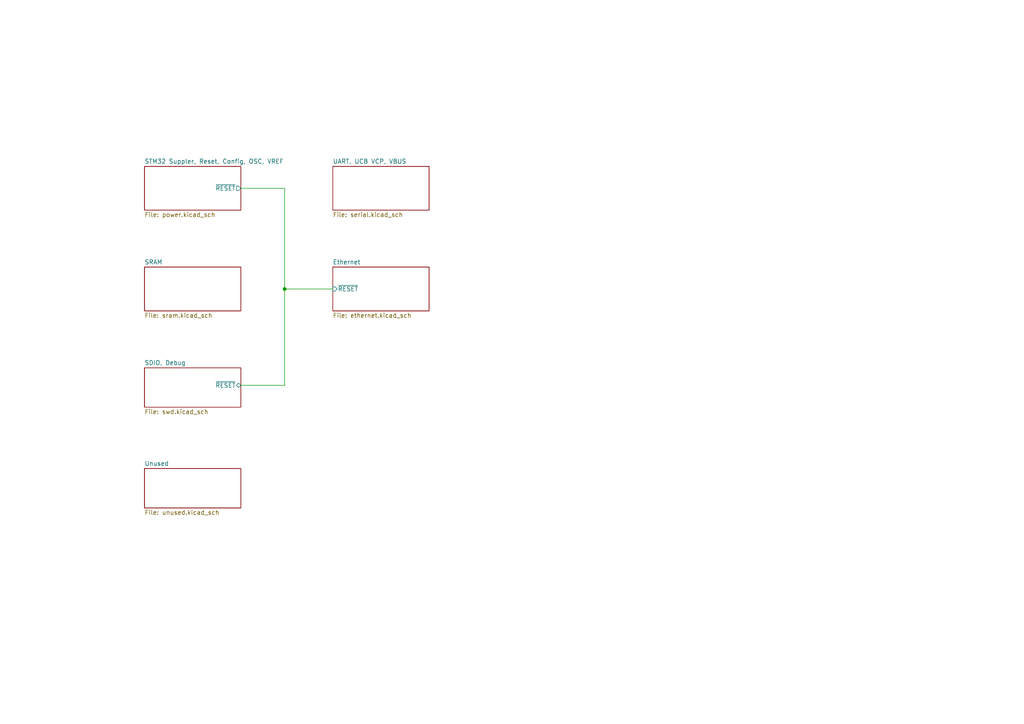
<source format=kicad_sch>
(kicad_sch
	(version 20231120)
	(generator "eeschema")
	(generator_version "8.0")
	(uuid "114c4e64-0fac-420a-8fa7-2afba1510345")
	(paper "A4")
	(title_block
		(title "stm32simh")
		(date "2024-10-06")
		(rev "1")
	)
	(lib_symbols)
	(junction
		(at 82.55 83.82)
		(diameter 0)
		(color 0 0 0 0)
		(uuid "8e0afc07-ed7a-49ae-a1ed-e333a3518f2a")
	)
	(wire
		(pts
			(xy 82.55 111.76) (xy 82.55 83.82)
		)
		(stroke
			(width 0)
			(type default)
		)
		(uuid "3d3d87c7-b0d1-4d93-89fb-655b6679b765")
	)
	(wire
		(pts
			(xy 82.55 83.82) (xy 82.55 54.61)
		)
		(stroke
			(width 0)
			(type default)
		)
		(uuid "5941bff0-7d2a-4ab5-acfa-e9a1a9312ea9")
	)
	(wire
		(pts
			(xy 96.52 83.82) (xy 82.55 83.82)
		)
		(stroke
			(width 0)
			(type default)
		)
		(uuid "87484bbc-0132-4cb6-8a4c-0b9e9bd82f52")
	)
	(wire
		(pts
			(xy 82.55 54.61) (xy 69.85 54.61)
		)
		(stroke
			(width 0)
			(type default)
		)
		(uuid "87bda5f2-bad4-4610-a9af-4d899fbdf088")
	)
	(wire
		(pts
			(xy 69.85 111.76) (xy 82.55 111.76)
		)
		(stroke
			(width 0)
			(type default)
		)
		(uuid "9df80ea2-77fa-4cf8-b3f7-adfc705e07bd")
	)
	(sheet
		(at 41.91 135.89)
		(size 27.94 11.43)
		(fields_autoplaced yes)
		(stroke
			(width 0.1524)
			(type solid)
		)
		(fill
			(color 0 0 0 0.0000)
		)
		(uuid "03bb59c9-5fb1-4715-a4e0-3fd6ca6378ac")
		(property "Sheetname" "Unused"
			(at 41.91 135.1784 0)
			(effects
				(font
					(size 1.27 1.27)
				)
				(justify left bottom)
			)
		)
		(property "Sheetfile" "unused.kicad_sch"
			(at 41.91 147.9046 0)
			(effects
				(font
					(size 1.27 1.27)
				)
				(justify left top)
			)
		)
		(instances
			(project "stm32simh"
				(path "/114c4e64-0fac-420a-8fa7-2afba1510345"
					(page "5")
				)
			)
		)
	)
	(sheet
		(at 96.52 48.26)
		(size 27.94 12.7)
		(fields_autoplaced yes)
		(stroke
			(width 0.1524)
			(type solid)
		)
		(fill
			(color 0 0 0 0.0000)
		)
		(uuid "22be1df5-4f33-4b66-a612-d7ff2ae08e59")
		(property "Sheetname" "UART, UCB VCP, VBUS"
			(at 96.52 47.5484 0)
			(effects
				(font
					(size 1.27 1.27)
				)
				(justify left bottom)
			)
		)
		(property "Sheetfile" "serial.kicad_sch"
			(at 96.52 61.5446 0)
			(effects
				(font
					(size 1.27 1.27)
				)
				(justify left top)
			)
		)
		(instances
			(project "stm32simh"
				(path "/114c4e64-0fac-420a-8fa7-2afba1510345"
					(page "6")
				)
			)
		)
	)
	(sheet
		(at 96.52 77.47)
		(size 27.94 12.7)
		(fields_autoplaced yes)
		(stroke
			(width 0.1524)
			(type solid)
		)
		(fill
			(color 0 0 0 0.0000)
		)
		(uuid "67e72ece-c364-48a4-85a8-97f498cc28de")
		(property "Sheetname" "Ethernet"
			(at 96.52 76.7584 0)
			(effects
				(font
					(size 1.27 1.27)
				)
				(justify left bottom)
			)
		)
		(property "Sheetfile" "ethernet.kicad_sch"
			(at 96.52 90.7546 0)
			(effects
				(font
					(size 1.27 1.27)
				)
				(justify left top)
			)
		)
		(pin "~{RESET}" input
			(at 96.52 83.82 180)
			(effects
				(font
					(size 1.27 1.27)
				)
				(justify left)
			)
			(uuid "57091ffc-8054-4fac-8e2e-227619b1bcfd")
		)
		(instances
			(project "stm32simh"
				(path "/114c4e64-0fac-420a-8fa7-2afba1510345"
					(page "7")
				)
			)
		)
	)
	(sheet
		(at 41.91 77.47)
		(size 27.94 12.7)
		(fields_autoplaced yes)
		(stroke
			(width 0.1524)
			(type solid)
		)
		(fill
			(color 0 0 0 0.0000)
		)
		(uuid "7ad30038-fcaf-49a4-8185-b0d96cb7ca2d")
		(property "Sheetname" "SRAM"
			(at 41.91 76.7584 0)
			(effects
				(font
					(size 1.27 1.27)
				)
				(justify left bottom)
			)
		)
		(property "Sheetfile" "sram.kicad_sch"
			(at 41.91 90.7546 0)
			(effects
				(font
					(size 1.27 1.27)
				)
				(justify left top)
			)
		)
		(instances
			(project "stm32simh"
				(path "/114c4e64-0fac-420a-8fa7-2afba1510345"
					(page "3")
				)
			)
		)
	)
	(sheet
		(at 41.91 106.68)
		(size 27.94 11.43)
		(fields_autoplaced yes)
		(stroke
			(width 0.1524)
			(type solid)
		)
		(fill
			(color 0 0 0 0.0000)
		)
		(uuid "b46ca690-af5f-4d3f-b72c-fd8e1f8b95fc")
		(property "Sheetname" "SDIO, Debug"
			(at 41.91 105.9684 0)
			(effects
				(font
					(size 1.27 1.27)
				)
				(justify left bottom)
			)
		)
		(property "Sheetfile" "swd.kicad_sch"
			(at 41.91 118.6946 0)
			(effects
				(font
					(size 1.27 1.27)
				)
				(justify left top)
			)
		)
		(property "Field2" ""
			(at 41.91 106.68 0)
			(effects
				(font
					(size 1.27 1.27)
				)
				(hide yes)
			)
		)
		(pin "~{RESET}" bidirectional
			(at 69.85 111.76 0)
			(effects
				(font
					(size 1.27 1.27)
				)
				(justify right)
			)
			(uuid "2b48134a-4690-44c1-a51a-25d1c52c1567")
		)
		(instances
			(project "stm32simh"
				(path "/114c4e64-0fac-420a-8fa7-2afba1510345"
					(page "4")
				)
			)
		)
	)
	(sheet
		(at 41.91 48.26)
		(size 27.94 12.7)
		(fields_autoplaced yes)
		(stroke
			(width 0.1524)
			(type solid)
		)
		(fill
			(color 0 0 0 0.0000)
		)
		(uuid "fbfd422a-57f1-4eb0-a9e8-3ef120646a70")
		(property "Sheetname" "STM32 Suppler, Reset, Config, OSC, VREF"
			(at 41.91 47.5484 0)
			(effects
				(font
					(size 1.27 1.27)
				)
				(justify left bottom)
			)
		)
		(property "Sheetfile" "power.kicad_sch"
			(at 41.91 61.5446 0)
			(effects
				(font
					(size 1.27 1.27)
				)
				(justify left top)
			)
		)
		(pin "~{RESET}" output
			(at 69.85 54.61 0)
			(effects
				(font
					(size 1.27 1.27)
				)
				(justify right)
			)
			(uuid "c188a1d3-defc-4737-a6d7-7c4fe46ff48b")
		)
		(instances
			(project "stm32simh"
				(path "/114c4e64-0fac-420a-8fa7-2afba1510345"
					(page "2")
				)
			)
		)
	)
	(sheet_instances
		(path "/"
			(page "1")
		)
	)
)

</source>
